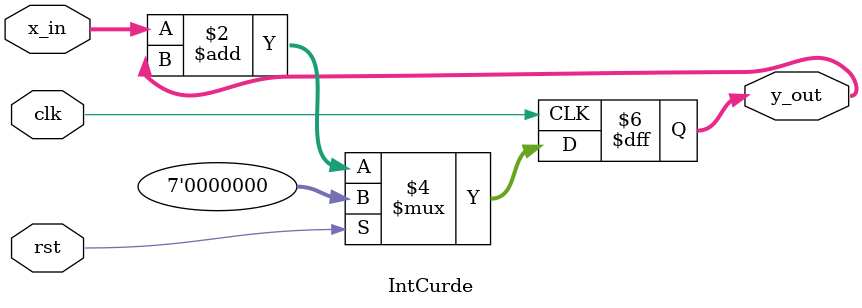
<source format=v>


`timescale 1ns/10ps

module IntCurde (
    x_in,
    y_out,
    clk,
    rst
);


input signed [4:0] x_in;
output signed [6:0] y_out;
reg signed [6:0] y_out;
input clk;
input rst;






always @(posedge clk) begin: INTCURDE_LOGIC
    if (rst) begin
        y_out <= 0;
    end
    else begin
        y_out <= (x_in + y_out);
    end
end

endmodule

</source>
